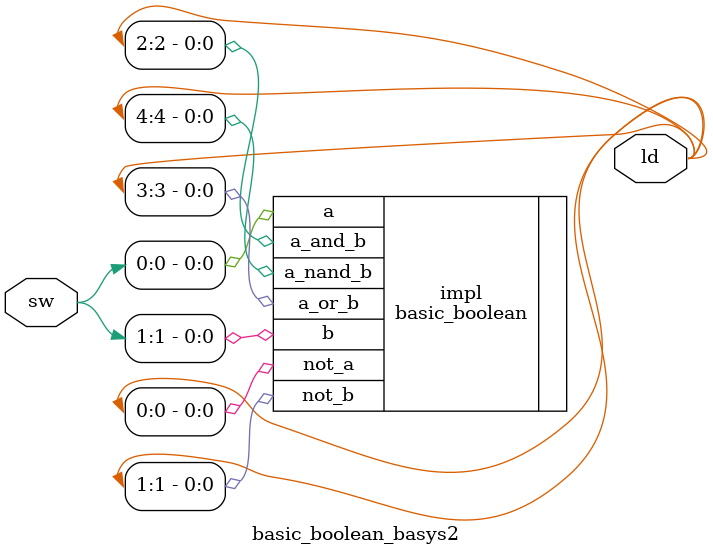
<source format=v>
module basic_boolean_basys2(
    input [0:1] sw,
    output [0:4] ld);

basic_boolean impl(.a(sw[0]), .b(sw[1]),
    .not_a(ld[0]), .not_b(ld[1]), 
    .a_and_b(ld[2]), .a_or_b(ld[3]), 
	 .a_nand_b(ld[4]));

endmodule

</source>
